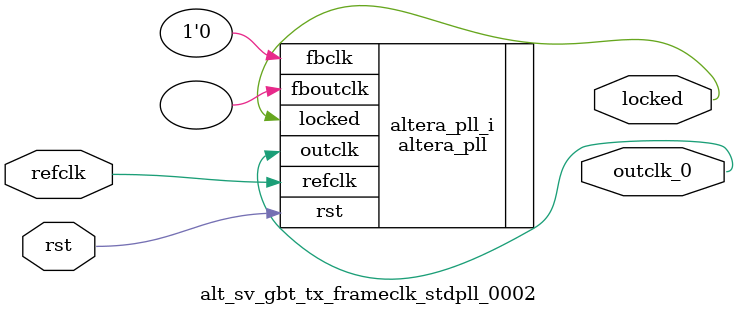
<source format=v>
`timescale 1ns/10ps
module  alt_sv_gbt_tx_frameclk_stdpll_0002(

	// interface 'refclk'
	input wire refclk,

	// interface 'reset'
	input wire rst,

	// interface 'outclk0'
	output wire outclk_0,

	// interface 'locked'
	output wire locked
);

	altera_pll #(
		.fractional_vco_multiplier("false"),
		.reference_clock_frequency("120.0 MHz"),
		.operation_mode("normal"),
		.number_of_clocks(1),
		.output_clock_frequency0("40.000000 MHz"),
		.phase_shift0("0 ps"),
		.duty_cycle0(50),
		.output_clock_frequency1("0 MHz"),
		.phase_shift1("0 ps"),
		.duty_cycle1(50),
		.output_clock_frequency2("0 MHz"),
		.phase_shift2("0 ps"),
		.duty_cycle2(50),
		.output_clock_frequency3("0 MHz"),
		.phase_shift3("0 ps"),
		.duty_cycle3(50),
		.output_clock_frequency4("0 MHz"),
		.phase_shift4("0 ps"),
		.duty_cycle4(50),
		.output_clock_frequency5("0 MHz"),
		.phase_shift5("0 ps"),
		.duty_cycle5(50),
		.output_clock_frequency6("0 MHz"),
		.phase_shift6("0 ps"),
		.duty_cycle6(50),
		.output_clock_frequency7("0 MHz"),
		.phase_shift7("0 ps"),
		.duty_cycle7(50),
		.output_clock_frequency8("0 MHz"),
		.phase_shift8("0 ps"),
		.duty_cycle8(50),
		.output_clock_frequency9("0 MHz"),
		.phase_shift9("0 ps"),
		.duty_cycle9(50),
		.output_clock_frequency10("0 MHz"),
		.phase_shift10("0 ps"),
		.duty_cycle10(50),
		.output_clock_frequency11("0 MHz"),
		.phase_shift11("0 ps"),
		.duty_cycle11(50),
		.output_clock_frequency12("0 MHz"),
		.phase_shift12("0 ps"),
		.duty_cycle12(50),
		.output_clock_frequency13("0 MHz"),
		.phase_shift13("0 ps"),
		.duty_cycle13(50),
		.output_clock_frequency14("0 MHz"),
		.phase_shift14("0 ps"),
		.duty_cycle14(50),
		.output_clock_frequency15("0 MHz"),
		.phase_shift15("0 ps"),
		.duty_cycle15(50),
		.output_clock_frequency16("0 MHz"),
		.phase_shift16("0 ps"),
		.duty_cycle16(50),
		.output_clock_frequency17("0 MHz"),
		.phase_shift17("0 ps"),
		.duty_cycle17(50),
		.pll_type("General"),
		.pll_subtype("General")
	) altera_pll_i (
		.rst	(rst),
		.outclk	({outclk_0}),
		.locked	(locked),
		.fboutclk	( ),
		.fbclk	(1'b0),
		.refclk	(refclk)
	);
endmodule


</source>
